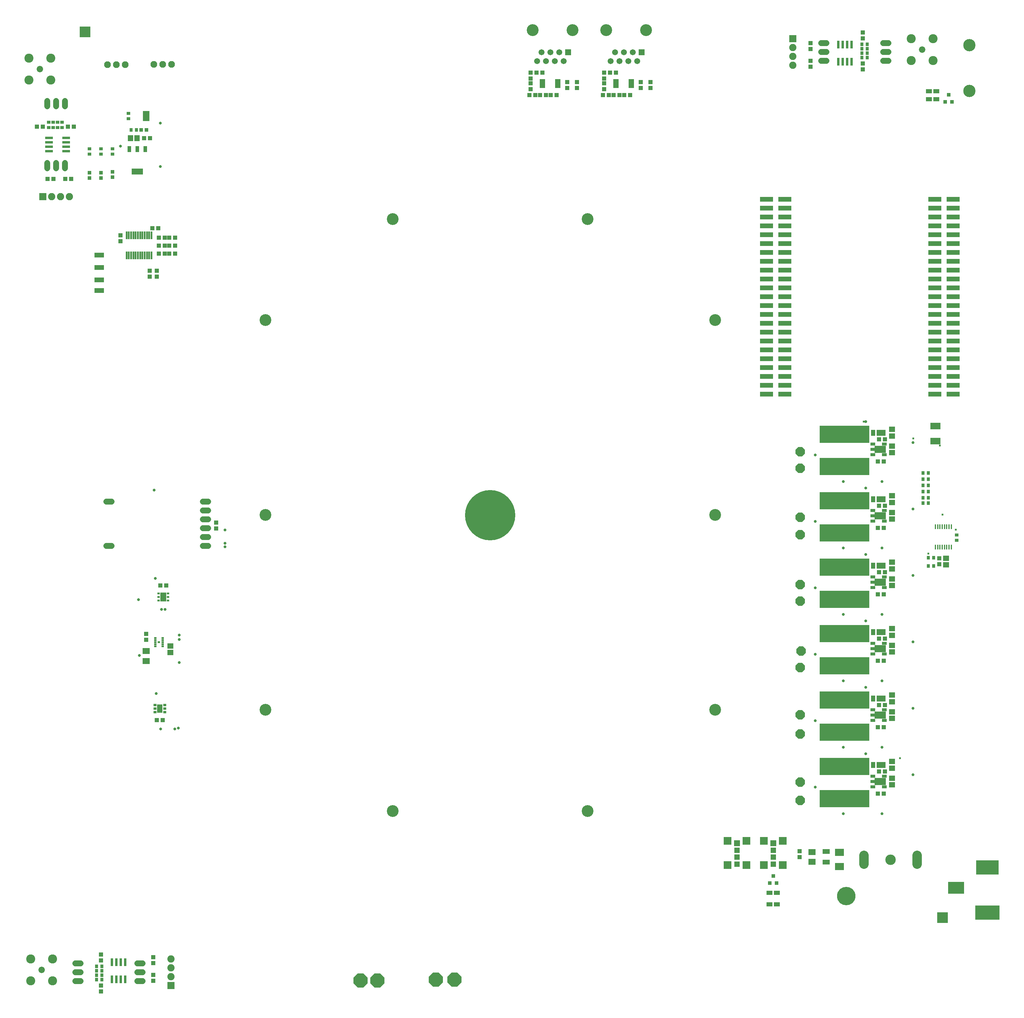
<source format=gbr>
G04 EAGLE Gerber X2 export*
%TF.Part,Single*%
%TF.FileFunction,Soldermask,Top,1*%
%TF.FilePolarity,Negative*%
%TF.GenerationSoftware,Autodesk,EAGLE,9.1.1*%
%TF.CreationDate,2018-08-01T19:31:55Z*%
G75*
%MOMM*%
%FSLAX34Y34*%
%LPD*%
%AMOC8*
5,1,8,0,0,1.08239X$1,22.5*%
G01*
%ADD10C,3.378200*%
%ADD11C,14.427200*%
%ADD12C,5.283200*%
%ADD13R,1.203200X1.303200*%
%ADD14R,2.603200X2.003200*%
%ADD15R,2.003200X1.803200*%
%ADD16R,2.006600X1.320800*%
%ADD17C,2.743200*%
%ADD18C,2.997200*%
%ADD19R,0.609600X2.184400*%
%ADD20R,1.303200X1.203200*%
%ADD21R,1.603200X0.503200*%
%ADD22R,1.711200X1.711200*%
%ADD23C,1.711200*%
%ADD24C,3.403200*%
%ADD25C,1.953200*%
%ADD26R,1.003200X1.003200*%
%ADD27R,1.003197X0.958800*%
%ADD28R,4.603200X3.503200*%
%ADD29R,6.953200X4.103200*%
%ADD30R,6.403200X4.103200*%
%ADD31R,0.803200X0.603200*%
%ADD32R,1.703200X1.503200*%
%ADD33R,2.006200X1.803200*%
%ADD34C,0.803200*%
%ADD35R,1.676400X2.616200*%
%ADD36R,0.603200X0.503200*%
%ADD37R,1.473200X1.854200*%
%ADD38R,0.838200X0.685800*%
%ADD39R,0.838200X0.660400*%
%ADD40R,0.863600X0.685800*%
%ADD41R,0.838200X0.635000*%
%ADD42R,1.574800X2.387600*%
%ADD43C,1.727200*%
%ADD44R,0.958800X1.003197*%
%ADD45R,1.041400X1.803400*%
%ADD46R,3.302000X1.803400*%
%ADD47R,1.503200X1.703200*%
%ADD48R,1.803400X1.371600*%
%ADD49R,1.828800X2.946400*%
%ADD50P,4.343848X8X22.500000*%
%ADD51R,2.743200X1.473200*%
%ADD52R,3.759200X1.473200*%
%ADD53R,1.703200X1.203200*%
%ADD54R,3.048000X3.048000*%
%ADD55R,1.371600X1.803400*%
%ADD56R,2.946400X1.828800*%
%ADD57C,0.603200*%
%ADD58R,0.450000X1.350000*%
%ADD59R,1.403200X0.883200*%
%ADD60R,3.253200X2.133200*%
%ADD61R,1.253200X1.703200*%
%ADD62R,2.603200X1.703200*%
%ADD63R,14.198600X4.953000*%
%ADD64P,2.969212X8X202.500000*%
%ADD65C,1.841500*%
%ADD66C,2.603500*%
%ADD67C,3.519200*%
%ADD68R,0.990600X1.092200*%
%ADD69R,2.082800X2.082800*%
%ADD70C,2.082800*%
%ADD71R,0.762000X2.184400*%
%ADD72R,2.184400X0.762000*%
%ADD73R,1.671200X1.671200*%
%ADD74R,1.631200X1.631200*%
%ADD75R,2.228200X2.228200*%


D10*
X1144270Y574802D03*
X1703070Y574802D03*
X2068576Y865124D03*
X2068576Y1423924D03*
X2068576Y1982724D03*
X1703070Y2272792D03*
X1144270Y2272792D03*
X778764Y1982724D03*
X778764Y1423924D03*
X778764Y865124D03*
D11*
X1423670Y1423670D03*
D12*
X2444242Y331470D03*
D13*
X2310714Y459756D03*
X2310714Y442756D03*
D14*
X2425014Y456266D03*
X2425014Y415766D03*
D15*
X2346274Y457636D03*
X2346274Y429636D03*
D16*
X2386914Y458622D03*
X2386914Y428650D03*
D17*
X2647366Y422504D02*
X2647366Y447904D01*
X2494966Y447904D02*
X2494966Y422504D01*
D18*
X2571166Y435204D03*
D13*
X363144Y2209022D03*
X363144Y2226022D03*
X454974Y2246732D03*
X471974Y2246732D03*
D19*
X452234Y2225904D03*
X445734Y2225904D03*
X439234Y2225904D03*
X432734Y2225904D03*
X426234Y2225904D03*
X419734Y2225904D03*
X413234Y2225904D03*
X406734Y2225904D03*
X400234Y2225904D03*
X393734Y2225904D03*
X387234Y2225904D03*
X380734Y2225904D03*
X380734Y2168500D03*
X387234Y2168500D03*
X393734Y2168500D03*
X400234Y2168500D03*
X406734Y2168500D03*
X413234Y2168500D03*
X419734Y2168500D03*
X426234Y2168500D03*
X432734Y2168500D03*
X439234Y2168500D03*
X445734Y2168500D03*
X452234Y2168500D03*
D20*
X490264Y2173582D03*
X473264Y2173582D03*
X520234Y2173582D03*
X503234Y2173582D03*
X490514Y2219042D03*
X473514Y2219042D03*
X520234Y2219042D03*
X503234Y2219042D03*
X490264Y2196442D03*
X473264Y2196442D03*
X520234Y2196442D03*
X503234Y2196442D03*
D21*
X1617018Y2651082D03*
X1617018Y2656082D03*
X1617018Y2661082D03*
X1617018Y2666082D03*
X1617018Y2671082D03*
X1573018Y2671082D03*
X1573018Y2666082D03*
X1573018Y2661082D03*
X1573018Y2656082D03*
X1573018Y2651082D03*
D22*
X1647088Y2751252D03*
D23*
X1634388Y2725852D03*
X1621688Y2751252D03*
X1608988Y2725852D03*
X1596288Y2751252D03*
X1583588Y2725852D03*
X1570888Y2751252D03*
X1558188Y2725852D03*
D24*
X1659788Y2814752D03*
X1545488Y2814752D03*
D13*
X1596678Y2628062D03*
X1613678Y2628062D03*
X1566198Y2628062D03*
X1583198Y2628062D03*
X1535718Y2628062D03*
X1552718Y2628062D03*
D20*
X1539138Y2661962D03*
X1539138Y2644962D03*
D13*
X1573038Y2692832D03*
X1556038Y2692832D03*
D20*
X1539138Y2692442D03*
X1539138Y2675442D03*
X1644548Y2665772D03*
X1644548Y2648772D03*
X1672488Y2665772D03*
X1672488Y2648772D03*
D21*
X1827838Y2651082D03*
X1827838Y2656082D03*
X1827838Y2661082D03*
X1827838Y2666082D03*
X1827838Y2671082D03*
X1783838Y2671082D03*
X1783838Y2666082D03*
X1783838Y2661082D03*
X1783838Y2656082D03*
X1783838Y2651082D03*
D22*
X1857908Y2751252D03*
D23*
X1845208Y2725852D03*
X1832508Y2751252D03*
X1819808Y2725852D03*
X1807108Y2751252D03*
X1794408Y2725852D03*
X1781708Y2751252D03*
X1769008Y2725852D03*
D24*
X1870608Y2814752D03*
X1756308Y2814752D03*
D13*
X1807498Y2628062D03*
X1824498Y2628062D03*
X1777018Y2628062D03*
X1794018Y2628062D03*
X1746538Y2628062D03*
X1763538Y2628062D03*
D20*
X1749958Y2661962D03*
X1749958Y2644962D03*
D13*
X1783858Y2692832D03*
X1766858Y2692832D03*
D20*
X1749958Y2692442D03*
X1749958Y2675442D03*
X1855368Y2665772D03*
X1855368Y2648772D03*
X1883308Y2665772D03*
X1883308Y2648772D03*
D25*
X509606Y2716444D03*
X484206Y2716444D03*
X458806Y2716444D03*
D13*
X447142Y2124396D03*
X447142Y2107396D03*
X467284Y2124422D03*
X467284Y2107422D03*
D26*
X274422Y2390336D03*
X274422Y2405336D03*
D27*
X274422Y2458638D03*
X274422Y2474194D03*
D26*
X307442Y2390336D03*
X307442Y2405336D03*
D27*
X307442Y2458638D03*
X307442Y2474194D03*
D26*
X340462Y2392876D03*
X340462Y2407876D03*
D27*
X340462Y2458638D03*
X340462Y2474194D03*
D28*
X2759732Y355090D03*
D29*
X2849232Y284090D03*
D30*
X2849232Y413090D03*
D31*
X463108Y1059104D03*
X484108Y1059104D03*
X463108Y1065104D03*
X463108Y1071104D03*
X463108Y1053104D03*
X463108Y1047104D03*
X484108Y1047104D03*
X484108Y1053104D03*
X484108Y1065104D03*
X484108Y1071104D03*
X473608Y1059104D03*
D32*
X506628Y1048284D03*
X506628Y1029284D03*
D33*
X436778Y1033954D03*
X436778Y1005514D03*
D13*
X436778Y1065844D03*
X436778Y1082844D03*
D34*
X532028Y1079424D03*
X532028Y1066724D03*
X417728Y1021004D03*
X532028Y1000684D03*
D31*
X472808Y1188644D03*
X472808Y1178644D03*
X472808Y1198644D03*
X499808Y1188644D03*
X499808Y1178644D03*
X499808Y1198644D03*
D35*
X486308Y1189025D03*
D20*
X477808Y1221664D03*
X494808Y1221664D03*
D34*
X491388Y1153084D03*
X481228Y1153084D03*
X415188Y1181024D03*
X463448Y1241984D03*
D36*
X462148Y878604D03*
X462148Y868604D03*
X462148Y858604D03*
X490148Y858604D03*
X490148Y868604D03*
X490148Y878604D03*
D37*
X476148Y868604D03*
D38*
X462051Y878637D03*
D39*
X462051Y868604D03*
D40*
X462178Y858571D03*
D41*
X490245Y878637D03*
D39*
X490245Y868604D03*
D38*
X490245Y858571D03*
D42*
X476148Y868604D03*
D20*
X484648Y835584D03*
X467648Y835584D03*
D34*
X529488Y812724D03*
X519328Y810184D03*
X465988Y911784D03*
X478688Y810184D03*
D43*
X599262Y1462430D02*
X614502Y1462430D01*
X614502Y1437030D02*
X599262Y1437030D01*
X599262Y1411630D02*
X614502Y1411630D01*
X614502Y1386230D02*
X599262Y1386230D01*
X599262Y1360830D02*
X614502Y1360830D01*
X614502Y1335430D02*
X599262Y1335430D01*
X337602Y1462430D02*
X322362Y1462430D01*
X322362Y1335430D02*
X337602Y1335430D01*
D13*
X637362Y1385350D03*
X637362Y1402350D03*
D34*
X662762Y1332890D03*
X662762Y1343050D03*
X662762Y1381150D03*
X459562Y1495450D03*
D26*
X438030Y2528570D03*
X423030Y2528570D03*
D44*
X409098Y2528570D03*
X393542Y2528570D03*
D45*
X434480Y2472944D03*
X411480Y2472944D03*
X388480Y2472944D03*
D46*
X411480Y2408936D03*
D20*
X447920Y2504440D03*
X430920Y2504440D03*
D47*
X391820Y2504440D03*
X410820Y2504440D03*
D48*
X436880Y2575560D03*
X436880Y2560320D03*
D49*
X436880Y2567940D03*
D27*
X386080Y2560162D03*
X386080Y2575718D03*
D34*
X363220Y2481580D03*
X477520Y2423160D03*
X477520Y2547620D03*
D25*
X376840Y2715580D03*
X351440Y2715580D03*
X326040Y2715580D03*
D50*
X1051560Y88900D03*
X1099820Y88900D03*
X1267460Y91440D03*
X1320800Y91440D03*
D51*
X302260Y2169160D03*
X302260Y2133600D03*
X302260Y2098040D03*
X302260Y2067560D03*
D52*
X2750820Y1770380D03*
X2750820Y1795780D03*
X2750820Y1821180D03*
X2750820Y1846580D03*
X2750820Y1871980D03*
X2750820Y1897380D03*
X2750820Y1922780D03*
X2750820Y1948180D03*
X2750820Y1973580D03*
X2750820Y1998980D03*
X2750820Y2024380D03*
X2750820Y2049780D03*
X2750820Y2075180D03*
X2750820Y2100580D03*
X2750820Y2125980D03*
X2750820Y2151380D03*
X2750820Y2176780D03*
X2750820Y2202180D03*
X2750820Y2227580D03*
X2750820Y2252980D03*
X2750820Y2278380D03*
X2750820Y2303780D03*
X2750820Y2329180D03*
X2698750Y1770380D03*
X2698750Y1795780D03*
X2698750Y1821180D03*
X2698750Y1846580D03*
X2698750Y1871980D03*
X2698750Y1897380D03*
X2698750Y1922780D03*
X2698750Y1948180D03*
X2698750Y1973580D03*
X2698750Y1998980D03*
X2698750Y2024380D03*
X2698750Y2049780D03*
X2698750Y2075180D03*
X2698750Y2100580D03*
X2698750Y2125980D03*
X2698750Y2151380D03*
X2698750Y2176780D03*
X2698750Y2202180D03*
X2698750Y2227580D03*
X2698750Y2252980D03*
X2698750Y2278380D03*
X2698750Y2303780D03*
X2698750Y2329180D03*
X2268220Y1770380D03*
X2268220Y1795780D03*
X2268220Y1821180D03*
X2268220Y1846580D03*
X2268220Y1871980D03*
X2268220Y1897380D03*
X2268220Y1922780D03*
X2268220Y1948180D03*
X2268220Y1973580D03*
X2268220Y1998980D03*
X2268220Y2024380D03*
X2268220Y2049780D03*
X2268220Y2075180D03*
X2268220Y2100580D03*
X2268220Y2125980D03*
X2268220Y2151380D03*
X2268220Y2176780D03*
X2268220Y2202180D03*
X2268220Y2227580D03*
X2268220Y2252980D03*
X2268220Y2278380D03*
X2268220Y2303780D03*
X2268220Y2329180D03*
X2216150Y1770380D03*
X2216150Y1795780D03*
X2216150Y1821180D03*
X2216150Y1846580D03*
X2216150Y1871980D03*
X2216150Y1897380D03*
X2216150Y1922780D03*
X2216150Y1948180D03*
X2216150Y1973580D03*
X2216150Y1998980D03*
X2216150Y2024380D03*
X2216150Y2049780D03*
X2216150Y2075180D03*
X2216150Y2100580D03*
X2216150Y2125980D03*
X2216150Y2151380D03*
X2216150Y2176780D03*
X2216150Y2202180D03*
X2216150Y2227580D03*
X2216150Y2252980D03*
X2216150Y2278380D03*
X2216150Y2303780D03*
X2216150Y2329180D03*
D53*
X2702925Y2639060D03*
X2681875Y2639060D03*
X2702925Y2616200D03*
X2681875Y2616200D03*
D54*
X261620Y2809240D03*
X2720340Y269240D03*
D13*
X2711450Y1300090D03*
X2711450Y1283090D03*
D32*
X2730500Y1299820D03*
X2730500Y1280820D03*
D27*
X2760980Y1351122D03*
X2760980Y1366678D03*
D44*
X2695098Y1277620D03*
X2679542Y1277620D03*
D55*
X2707640Y1635760D03*
X2692400Y1635760D03*
D56*
X2700020Y1635760D03*
D55*
X2707640Y1678940D03*
X2692400Y1678940D03*
D56*
X2700020Y1678940D03*
D44*
X2695098Y1301750D03*
X2679542Y1301750D03*
D57*
X2636520Y1643380D03*
X2712720Y1623060D03*
X2720340Y1424940D03*
X2679700Y1313180D03*
X2758440Y1381760D03*
X2494280Y1691640D03*
X2598420Y726440D03*
D58*
X2700130Y1332190D03*
X2706630Y1332190D03*
X2713130Y1332190D03*
X2719630Y1332190D03*
X2726130Y1332190D03*
X2732630Y1332190D03*
X2739130Y1332190D03*
X2745630Y1332190D03*
X2745630Y1390690D03*
X2739130Y1390690D03*
X2732630Y1390690D03*
X2726130Y1390690D03*
X2719630Y1390690D03*
X2713130Y1390690D03*
X2706630Y1390690D03*
X2700130Y1390690D03*
D44*
X2679858Y1508760D03*
X2664302Y1508760D03*
X2679858Y1490980D03*
X2664302Y1490980D03*
X2679858Y1473200D03*
X2664302Y1473200D03*
X2679858Y1457960D03*
X2664302Y1457960D03*
X2679858Y1544320D03*
X2664302Y1544320D03*
X2679858Y1526540D03*
X2664302Y1526540D03*
D34*
X2435860Y1520190D03*
X2635885Y1631950D03*
X2500630Y1691640D03*
D59*
X2553960Y1627265D03*
X2553960Y1597265D03*
X2520960Y1612265D03*
X2520960Y1627265D03*
X2520960Y1597265D03*
D60*
X2542210Y1612265D03*
D20*
X2555485Y1640840D03*
X2538485Y1640840D03*
X2535310Y1577340D03*
X2552310Y1577340D03*
D61*
X2521285Y1659890D03*
D62*
X2544785Y1659890D03*
D32*
X2575560Y1602765D03*
X2575560Y1621765D03*
D63*
X2439035Y1655318D03*
X2439035Y1562862D03*
D34*
X2546985Y1520190D03*
X2355850Y1596390D03*
D32*
X2575560Y1650390D03*
X2575560Y1669390D03*
D64*
X2312035Y1605280D03*
X2312035Y1558290D03*
D34*
X2435860Y1329690D03*
X2635885Y1441450D03*
X2500630Y1501140D03*
D59*
X2553960Y1436765D03*
X2553960Y1406765D03*
X2520960Y1421765D03*
X2520960Y1436765D03*
X2520960Y1406765D03*
D60*
X2542210Y1421765D03*
D20*
X2555485Y1450340D03*
X2538485Y1450340D03*
X2535310Y1386840D03*
X2552310Y1386840D03*
D61*
X2521285Y1469390D03*
D62*
X2544785Y1469390D03*
D32*
X2575560Y1412265D03*
X2575560Y1431265D03*
D63*
X2439035Y1464818D03*
X2439035Y1372362D03*
D34*
X2546985Y1329690D03*
X2355850Y1405890D03*
D32*
X2575560Y1459890D03*
X2575560Y1478890D03*
D64*
X2312035Y1417320D03*
X2312035Y1367790D03*
D34*
X2435860Y1139190D03*
X2635885Y1250950D03*
X2500630Y1310640D03*
D59*
X2553960Y1246265D03*
X2553960Y1216265D03*
X2520960Y1231265D03*
X2520960Y1246265D03*
X2520960Y1216265D03*
D60*
X2542210Y1231265D03*
D20*
X2555485Y1259840D03*
X2538485Y1259840D03*
X2535310Y1196340D03*
X2552310Y1196340D03*
D61*
X2521285Y1278890D03*
D62*
X2544785Y1278890D03*
D32*
X2575560Y1221765D03*
X2575560Y1240765D03*
D63*
X2439035Y1274318D03*
X2439035Y1181862D03*
D34*
X2546985Y1139190D03*
X2355850Y1215390D03*
D32*
X2575560Y1269390D03*
X2575560Y1288390D03*
D64*
X2312035Y1224280D03*
X2312035Y1177290D03*
D34*
X2435860Y948690D03*
X2635885Y1060450D03*
X2500630Y1120140D03*
D59*
X2553960Y1055765D03*
X2553960Y1025765D03*
X2520960Y1040765D03*
X2520960Y1055765D03*
X2520960Y1025765D03*
D60*
X2542210Y1040765D03*
D20*
X2555485Y1069340D03*
X2538485Y1069340D03*
X2535310Y1005840D03*
X2552310Y1005840D03*
D61*
X2521285Y1088390D03*
D62*
X2544785Y1088390D03*
D32*
X2575560Y1031265D03*
X2575560Y1050265D03*
D63*
X2439035Y1083818D03*
X2439035Y991362D03*
D34*
X2546985Y948690D03*
X2355850Y1024890D03*
D32*
X2575560Y1078890D03*
X2575560Y1097890D03*
D64*
X2314575Y1033780D03*
X2312035Y986790D03*
D34*
X2435860Y758190D03*
X2635885Y869950D03*
X2500630Y929640D03*
D59*
X2553960Y865265D03*
X2553960Y835265D03*
X2520960Y850265D03*
X2520960Y865265D03*
X2520960Y835265D03*
D60*
X2542210Y850265D03*
D20*
X2555485Y878840D03*
X2538485Y878840D03*
X2535310Y815340D03*
X2552310Y815340D03*
D61*
X2521285Y897890D03*
D62*
X2544785Y897890D03*
D32*
X2575560Y840765D03*
X2575560Y859765D03*
D63*
X2439035Y893318D03*
X2439035Y800862D03*
D34*
X2546985Y758190D03*
X2355850Y834390D03*
D32*
X2575560Y888390D03*
X2575560Y907390D03*
D64*
X2312035Y850900D03*
X2312035Y796290D03*
D34*
X2435860Y567690D03*
X2635885Y679450D03*
X2500630Y739140D03*
D59*
X2553960Y674765D03*
X2553960Y644765D03*
X2520960Y659765D03*
X2520960Y674765D03*
X2520960Y644765D03*
D60*
X2542210Y659765D03*
D20*
X2555485Y688340D03*
X2538485Y688340D03*
X2535310Y624840D03*
X2552310Y624840D03*
D61*
X2521285Y707390D03*
D62*
X2544785Y707390D03*
D32*
X2575560Y650265D03*
X2575560Y669265D03*
D63*
X2439035Y702818D03*
X2439035Y610362D03*
D34*
X2546985Y567690D03*
X2355850Y643890D03*
D32*
X2575560Y697890D03*
X2575560Y716890D03*
D64*
X2312035Y657860D03*
X2312035Y605790D03*
D65*
X137160Y119380D03*
D66*
X105918Y150622D03*
X105918Y88138D03*
X168402Y88138D03*
X168402Y150622D03*
D65*
X2661920Y2758440D03*
D66*
X2693162Y2727198D03*
X2693162Y2789682D03*
X2630678Y2789682D03*
X2630678Y2727198D03*
D65*
X132080Y2702560D03*
D66*
X100838Y2733802D03*
X100838Y2671318D03*
X163322Y2671318D03*
X163322Y2733802D03*
D67*
X2797900Y2771360D03*
X2797900Y2639960D03*
D68*
X2728214Y2608580D03*
X2747518Y2608580D03*
X2737866Y2628900D03*
D13*
X457200Y105020D03*
X457200Y88020D03*
X457200Y155820D03*
X457200Y138820D03*
X307340Y74540D03*
X307340Y57540D03*
X307340Y146440D03*
X307340Y163440D03*
D44*
X310038Y104140D03*
X294482Y104140D03*
X310038Y129540D03*
X294482Y129540D03*
D69*
X508000Y74930D03*
D70*
X508000Y100330D03*
X508000Y125730D03*
X508000Y151130D03*
D71*
X339090Y92202D03*
X351790Y92202D03*
X364490Y92202D03*
X377190Y92202D03*
X377190Y141478D03*
X364490Y141478D03*
X351790Y141478D03*
X339090Y141478D03*
D43*
X411480Y87630D02*
X426720Y87630D01*
X426720Y113030D02*
X411480Y113030D01*
X411480Y138430D02*
X426720Y138430D01*
X248920Y138430D02*
X233680Y138430D01*
X233680Y113030D02*
X248920Y113030D01*
X248920Y87630D02*
X233680Y87630D01*
D44*
X310038Y91440D03*
X294482Y91440D03*
X310038Y116840D03*
X294482Y116840D03*
D20*
X171060Y2387600D03*
X154060Y2387600D03*
X221860Y2387600D03*
X204860Y2387600D03*
X140580Y2537460D03*
X123580Y2537460D03*
X212480Y2537460D03*
X229480Y2537460D03*
D27*
X170180Y2534762D03*
X170180Y2550318D03*
X195580Y2534762D03*
X195580Y2550318D03*
D69*
X140970Y2336800D03*
D70*
X166370Y2336800D03*
X191770Y2336800D03*
X217170Y2336800D03*
D72*
X158242Y2505710D03*
X158242Y2493010D03*
X158242Y2480310D03*
X158242Y2467610D03*
X207518Y2467610D03*
X207518Y2480310D03*
X207518Y2493010D03*
X207518Y2505710D03*
D43*
X153670Y2433320D02*
X153670Y2418080D01*
X179070Y2418080D02*
X179070Y2433320D01*
X204470Y2433320D02*
X204470Y2418080D01*
X204470Y2595880D02*
X204470Y2611120D01*
X179070Y2611120D02*
X179070Y2595880D01*
X153670Y2595880D02*
X153670Y2611120D01*
D27*
X157480Y2534762D03*
X157480Y2550318D03*
X182880Y2534762D03*
X182880Y2550318D03*
D13*
X2341880Y2760100D03*
X2341880Y2777100D03*
X2341880Y2709300D03*
X2341880Y2726300D03*
X2491740Y2790580D03*
X2491740Y2807580D03*
X2491740Y2718680D03*
X2491740Y2701680D03*
D44*
X2489042Y2760980D03*
X2504598Y2760980D03*
X2489042Y2735580D03*
X2504598Y2735580D03*
D69*
X2291080Y2790190D03*
D70*
X2291080Y2764790D03*
X2291080Y2739390D03*
X2291080Y2713990D03*
D71*
X2459990Y2772918D03*
X2447290Y2772918D03*
X2434590Y2772918D03*
X2421890Y2772918D03*
X2421890Y2723642D03*
X2434590Y2723642D03*
X2447290Y2723642D03*
X2459990Y2723642D03*
D43*
X2387600Y2777490D02*
X2372360Y2777490D01*
X2372360Y2752090D02*
X2387600Y2752090D01*
X2387600Y2726690D02*
X2372360Y2726690D01*
X2550160Y2726690D02*
X2565400Y2726690D01*
X2565400Y2752090D02*
X2550160Y2752090D01*
X2550160Y2777490D02*
X2565400Y2777490D01*
D44*
X2489042Y2773680D03*
X2504598Y2773680D03*
X2489042Y2748280D03*
X2504598Y2748280D03*
D73*
X2235200Y482600D03*
D74*
X2235200Y462600D03*
X2235200Y442600D03*
X2235200Y422600D03*
D75*
X2262400Y489900D03*
X2208000Y489900D03*
X2262400Y419900D03*
X2208000Y419900D03*
D73*
X2131060Y482600D03*
D74*
X2131060Y462600D03*
X2131060Y442600D03*
X2131060Y422600D03*
D75*
X2158260Y489900D03*
X2103860Y489900D03*
X2158260Y419900D03*
X2103860Y419900D03*
D53*
X2224675Y340360D03*
X2245725Y340360D03*
X2224675Y307340D03*
X2245725Y307340D03*
D68*
X2225294Y368300D03*
X2244598Y368300D03*
X2234946Y388620D03*
M02*

</source>
